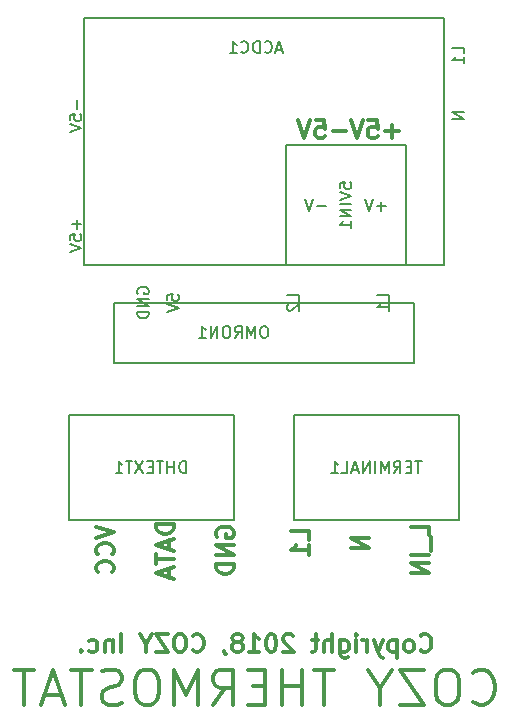
<source format=gbr>
G04 #@! TF.GenerationSoftware,KiCad,Pcbnew,(5.0.1)-3*
G04 #@! TF.CreationDate,2018-12-23T12:58:08+01:00*
G04 #@! TF.ProjectId,THERMOSTAT,544845524D4F535441542E6B69636164,rev?*
G04 #@! TF.SameCoordinates,Original*
G04 #@! TF.FileFunction,Legend,Bot*
G04 #@! TF.FilePolarity,Positive*
%FSLAX46Y46*%
G04 Gerber Fmt 4.6, Leading zero omitted, Abs format (unit mm)*
G04 Created by KiCad (PCBNEW (5.0.1)-3) date 12/23/2018 12:58:08 PM*
%MOMM*%
%LPD*%
G01*
G04 APERTURE LIST*
%ADD10C,0.300000*%
%ADD11C,0.150000*%
G04 APERTURE END LIST*
D10*
X161948571Y-85832142D02*
X160805714Y-85832142D01*
X161377142Y-86403571D02*
X161377142Y-85260714D01*
X159377142Y-84903571D02*
X160091428Y-84903571D01*
X160162857Y-85617857D01*
X160091428Y-85546428D01*
X159948571Y-85475000D01*
X159591428Y-85475000D01*
X159448571Y-85546428D01*
X159377142Y-85617857D01*
X159305714Y-85760714D01*
X159305714Y-86117857D01*
X159377142Y-86260714D01*
X159448571Y-86332142D01*
X159591428Y-86403571D01*
X159948571Y-86403571D01*
X160091428Y-86332142D01*
X160162857Y-86260714D01*
X158877142Y-84903571D02*
X158377142Y-86403571D01*
X157877142Y-84903571D01*
X157503571Y-85832142D02*
X156360714Y-85832142D01*
X154932142Y-84903571D02*
X155646428Y-84903571D01*
X155717857Y-85617857D01*
X155646428Y-85546428D01*
X155503571Y-85475000D01*
X155146428Y-85475000D01*
X155003571Y-85546428D01*
X154932142Y-85617857D01*
X154860714Y-85760714D01*
X154860714Y-86117857D01*
X154932142Y-86260714D01*
X155003571Y-86332142D01*
X155146428Y-86403571D01*
X155503571Y-86403571D01*
X155646428Y-86332142D01*
X155717857Y-86260714D01*
X154432142Y-84903571D02*
X153932142Y-86403571D01*
X153432142Y-84903571D01*
X168217142Y-134106700D02*
X168360000Y-134249557D01*
X168788571Y-134392414D01*
X169074285Y-134392414D01*
X169502857Y-134249557D01*
X169788571Y-133963843D01*
X169931428Y-133678129D01*
X170074285Y-133106700D01*
X170074285Y-132678129D01*
X169931428Y-132106700D01*
X169788571Y-131820986D01*
X169502857Y-131535272D01*
X169074285Y-131392414D01*
X168788571Y-131392414D01*
X168360000Y-131535272D01*
X168217142Y-131678129D01*
X166360000Y-131392414D02*
X165788571Y-131392414D01*
X165502857Y-131535272D01*
X165217142Y-131820986D01*
X165074285Y-132392414D01*
X165074285Y-133392414D01*
X165217142Y-133963843D01*
X165502857Y-134249557D01*
X165788571Y-134392414D01*
X166360000Y-134392414D01*
X166645714Y-134249557D01*
X166931428Y-133963843D01*
X167074285Y-133392414D01*
X167074285Y-132392414D01*
X166931428Y-131820986D01*
X166645714Y-131535272D01*
X166360000Y-131392414D01*
X164074285Y-131392414D02*
X162074285Y-131392414D01*
X164074285Y-134392414D01*
X162074285Y-134392414D01*
X160360000Y-132963843D02*
X160360000Y-134392414D01*
X161360000Y-131392414D02*
X160360000Y-132963843D01*
X159360000Y-131392414D01*
X156502857Y-131392414D02*
X154788571Y-131392414D01*
X155645714Y-134392414D02*
X155645714Y-131392414D01*
X153788571Y-134392414D02*
X153788571Y-131392414D01*
X153788571Y-132820986D02*
X152074285Y-132820986D01*
X152074285Y-134392414D02*
X152074285Y-131392414D01*
X150645714Y-132820986D02*
X149645714Y-132820986D01*
X149217142Y-134392414D02*
X150645714Y-134392414D01*
X150645714Y-131392414D01*
X149217142Y-131392414D01*
X146217142Y-134392414D02*
X147217142Y-132963843D01*
X147931428Y-134392414D02*
X147931428Y-131392414D01*
X146788571Y-131392414D01*
X146502857Y-131535272D01*
X146360000Y-131678129D01*
X146217142Y-131963843D01*
X146217142Y-132392414D01*
X146360000Y-132678129D01*
X146502857Y-132820986D01*
X146788571Y-132963843D01*
X147931428Y-132963843D01*
X144931428Y-134392414D02*
X144931428Y-131392414D01*
X143931428Y-133535272D01*
X142931428Y-131392414D01*
X142931428Y-134392414D01*
X140931428Y-131392414D02*
X140360000Y-131392414D01*
X140074285Y-131535272D01*
X139788571Y-131820986D01*
X139645714Y-132392414D01*
X139645714Y-133392414D01*
X139788571Y-133963843D01*
X140074285Y-134249557D01*
X140360000Y-134392414D01*
X140931428Y-134392414D01*
X141217142Y-134249557D01*
X141502857Y-133963843D01*
X141645714Y-133392414D01*
X141645714Y-132392414D01*
X141502857Y-131820986D01*
X141217142Y-131535272D01*
X140931428Y-131392414D01*
X138502857Y-134249557D02*
X138074285Y-134392414D01*
X137360000Y-134392414D01*
X137074285Y-134249557D01*
X136931428Y-134106700D01*
X136788571Y-133820986D01*
X136788571Y-133535272D01*
X136931428Y-133249557D01*
X137074285Y-133106700D01*
X137360000Y-132963843D01*
X137931428Y-132820986D01*
X138217142Y-132678129D01*
X138360000Y-132535272D01*
X138502857Y-132249557D01*
X138502857Y-131963843D01*
X138360000Y-131678129D01*
X138217142Y-131535272D01*
X137931428Y-131392414D01*
X137217142Y-131392414D01*
X136788571Y-131535272D01*
X135931428Y-131392414D02*
X134217142Y-131392414D01*
X135074285Y-134392414D02*
X135074285Y-131392414D01*
X133360000Y-133535272D02*
X131931428Y-133535272D01*
X133645714Y-134392414D02*
X132645714Y-131392414D01*
X131645714Y-134392414D01*
X131074285Y-131392414D02*
X129360000Y-131392414D01*
X130217142Y-134392414D02*
X130217142Y-131392414D01*
X163788571Y-129760986D02*
X163860000Y-129832414D01*
X164074285Y-129903843D01*
X164217142Y-129903843D01*
X164431428Y-129832414D01*
X164574285Y-129689557D01*
X164645714Y-129546700D01*
X164717142Y-129260986D01*
X164717142Y-129046700D01*
X164645714Y-128760986D01*
X164574285Y-128618129D01*
X164431428Y-128475272D01*
X164217142Y-128403843D01*
X164074285Y-128403843D01*
X163860000Y-128475272D01*
X163788571Y-128546700D01*
X162931428Y-129903843D02*
X163074285Y-129832414D01*
X163145714Y-129760986D01*
X163217142Y-129618129D01*
X163217142Y-129189557D01*
X163145714Y-129046700D01*
X163074285Y-128975272D01*
X162931428Y-128903843D01*
X162717142Y-128903843D01*
X162574285Y-128975272D01*
X162502857Y-129046700D01*
X162431428Y-129189557D01*
X162431428Y-129618129D01*
X162502857Y-129760986D01*
X162574285Y-129832414D01*
X162717142Y-129903843D01*
X162931428Y-129903843D01*
X161788571Y-128903843D02*
X161788571Y-130403843D01*
X161788571Y-128975272D02*
X161645714Y-128903843D01*
X161360000Y-128903843D01*
X161217142Y-128975272D01*
X161145714Y-129046700D01*
X161074285Y-129189557D01*
X161074285Y-129618129D01*
X161145714Y-129760986D01*
X161217142Y-129832414D01*
X161360000Y-129903843D01*
X161645714Y-129903843D01*
X161788571Y-129832414D01*
X160574285Y-128903843D02*
X160217142Y-129903843D01*
X159860000Y-128903843D02*
X160217142Y-129903843D01*
X160360000Y-130260986D01*
X160431428Y-130332414D01*
X160574285Y-130403843D01*
X159288571Y-129903843D02*
X159288571Y-128903843D01*
X159288571Y-129189557D02*
X159217142Y-129046700D01*
X159145714Y-128975272D01*
X159002857Y-128903843D01*
X158860000Y-128903843D01*
X158360000Y-129903843D02*
X158360000Y-128903843D01*
X158360000Y-128403843D02*
X158431428Y-128475272D01*
X158360000Y-128546700D01*
X158288571Y-128475272D01*
X158360000Y-128403843D01*
X158360000Y-128546700D01*
X157002857Y-128903843D02*
X157002857Y-130118129D01*
X157074285Y-130260986D01*
X157145714Y-130332414D01*
X157288571Y-130403843D01*
X157502857Y-130403843D01*
X157645714Y-130332414D01*
X157002857Y-129832414D02*
X157145714Y-129903843D01*
X157431428Y-129903843D01*
X157574285Y-129832414D01*
X157645714Y-129760986D01*
X157717142Y-129618129D01*
X157717142Y-129189557D01*
X157645714Y-129046700D01*
X157574285Y-128975272D01*
X157431428Y-128903843D01*
X157145714Y-128903843D01*
X157002857Y-128975272D01*
X156288571Y-129903843D02*
X156288571Y-128403843D01*
X155645714Y-129903843D02*
X155645714Y-129118129D01*
X155717142Y-128975272D01*
X155860000Y-128903843D01*
X156074285Y-128903843D01*
X156217142Y-128975272D01*
X156288571Y-129046700D01*
X155145714Y-128903843D02*
X154574285Y-128903843D01*
X154931428Y-128403843D02*
X154931428Y-129689557D01*
X154860000Y-129832414D01*
X154717142Y-129903843D01*
X154574285Y-129903843D01*
X153002857Y-128546700D02*
X152931428Y-128475272D01*
X152788571Y-128403843D01*
X152431428Y-128403843D01*
X152288571Y-128475272D01*
X152217142Y-128546700D01*
X152145714Y-128689557D01*
X152145714Y-128832414D01*
X152217142Y-129046700D01*
X153074285Y-129903843D01*
X152145714Y-129903843D01*
X151217142Y-128403843D02*
X151074285Y-128403843D01*
X150931428Y-128475272D01*
X150860000Y-128546700D01*
X150788571Y-128689557D01*
X150717142Y-128975272D01*
X150717142Y-129332414D01*
X150788571Y-129618129D01*
X150860000Y-129760986D01*
X150931428Y-129832414D01*
X151074285Y-129903843D01*
X151217142Y-129903843D01*
X151360000Y-129832414D01*
X151431428Y-129760986D01*
X151502857Y-129618129D01*
X151574285Y-129332414D01*
X151574285Y-128975272D01*
X151502857Y-128689557D01*
X151431428Y-128546700D01*
X151360000Y-128475272D01*
X151217142Y-128403843D01*
X149288571Y-129903843D02*
X150145714Y-129903843D01*
X149717142Y-129903843D02*
X149717142Y-128403843D01*
X149860000Y-128618129D01*
X150002857Y-128760986D01*
X150145714Y-128832414D01*
X148431428Y-129046700D02*
X148574285Y-128975272D01*
X148645714Y-128903843D01*
X148717142Y-128760986D01*
X148717142Y-128689557D01*
X148645714Y-128546700D01*
X148574285Y-128475272D01*
X148431428Y-128403843D01*
X148145714Y-128403843D01*
X148002857Y-128475272D01*
X147931428Y-128546700D01*
X147860000Y-128689557D01*
X147860000Y-128760986D01*
X147931428Y-128903843D01*
X148002857Y-128975272D01*
X148145714Y-129046700D01*
X148431428Y-129046700D01*
X148574285Y-129118129D01*
X148645714Y-129189557D01*
X148717142Y-129332414D01*
X148717142Y-129618129D01*
X148645714Y-129760986D01*
X148574285Y-129832414D01*
X148431428Y-129903843D01*
X148145714Y-129903843D01*
X148002857Y-129832414D01*
X147931428Y-129760986D01*
X147860000Y-129618129D01*
X147860000Y-129332414D01*
X147931428Y-129189557D01*
X148002857Y-129118129D01*
X148145714Y-129046700D01*
X147145714Y-129832414D02*
X147145714Y-129903843D01*
X147217142Y-130046700D01*
X147288571Y-130118129D01*
X144502857Y-129760986D02*
X144574285Y-129832414D01*
X144788571Y-129903843D01*
X144931428Y-129903843D01*
X145145714Y-129832414D01*
X145288571Y-129689557D01*
X145360000Y-129546700D01*
X145431428Y-129260986D01*
X145431428Y-129046700D01*
X145360000Y-128760986D01*
X145288571Y-128618129D01*
X145145714Y-128475272D01*
X144931428Y-128403843D01*
X144788571Y-128403843D01*
X144574285Y-128475272D01*
X144502857Y-128546700D01*
X143574285Y-128403843D02*
X143288571Y-128403843D01*
X143145714Y-128475272D01*
X143002857Y-128618129D01*
X142931428Y-128903843D01*
X142931428Y-129403843D01*
X143002857Y-129689557D01*
X143145714Y-129832414D01*
X143288571Y-129903843D01*
X143574285Y-129903843D01*
X143717142Y-129832414D01*
X143860000Y-129689557D01*
X143931428Y-129403843D01*
X143931428Y-128903843D01*
X143860000Y-128618129D01*
X143717142Y-128475272D01*
X143574285Y-128403843D01*
X142431428Y-128403843D02*
X141431428Y-128403843D01*
X142431428Y-129903843D01*
X141431428Y-129903843D01*
X140574285Y-129189557D02*
X140574285Y-129903843D01*
X141074285Y-128403843D02*
X140574285Y-129189557D01*
X140074285Y-128403843D01*
X138431428Y-129903843D02*
X138431428Y-128403843D01*
X137717142Y-128903843D02*
X137717142Y-129903843D01*
X137717142Y-129046700D02*
X137645714Y-128975272D01*
X137502857Y-128903843D01*
X137288571Y-128903843D01*
X137145714Y-128975272D01*
X137074285Y-129118129D01*
X137074285Y-129903843D01*
X135717142Y-129832414D02*
X135860000Y-129903843D01*
X136145714Y-129903843D01*
X136288571Y-129832414D01*
X136360000Y-129760986D01*
X136431428Y-129618129D01*
X136431428Y-129189557D01*
X136360000Y-129046700D01*
X136288571Y-128975272D01*
X136145714Y-128903843D01*
X135860000Y-128903843D01*
X135717142Y-128975272D01*
X135074285Y-129760986D02*
X135002857Y-129832414D01*
X135074285Y-129903843D01*
X135145714Y-129832414D01*
X135074285Y-129760986D01*
X135074285Y-129903843D01*
X136338571Y-119285000D02*
X137838571Y-119785000D01*
X136338571Y-120285000D01*
X137695714Y-121642142D02*
X137767142Y-121570714D01*
X137838571Y-121356428D01*
X137838571Y-121213571D01*
X137767142Y-120999285D01*
X137624285Y-120856428D01*
X137481428Y-120785000D01*
X137195714Y-120713571D01*
X136981428Y-120713571D01*
X136695714Y-120785000D01*
X136552857Y-120856428D01*
X136410000Y-120999285D01*
X136338571Y-121213571D01*
X136338571Y-121356428D01*
X136410000Y-121570714D01*
X136481428Y-121642142D01*
X137695714Y-123142142D02*
X137767142Y-123070714D01*
X137838571Y-122856428D01*
X137838571Y-122713571D01*
X137767142Y-122499285D01*
X137624285Y-122356428D01*
X137481428Y-122285000D01*
X137195714Y-122213571D01*
X136981428Y-122213571D01*
X136695714Y-122285000D01*
X136552857Y-122356428D01*
X136410000Y-122499285D01*
X136338571Y-122713571D01*
X136338571Y-122856428D01*
X136410000Y-123070714D01*
X136481428Y-123142142D01*
X142918571Y-119035000D02*
X141418571Y-119035000D01*
X141418571Y-119392142D01*
X141490000Y-119606428D01*
X141632857Y-119749285D01*
X141775714Y-119820714D01*
X142061428Y-119892142D01*
X142275714Y-119892142D01*
X142561428Y-119820714D01*
X142704285Y-119749285D01*
X142847142Y-119606428D01*
X142918571Y-119392142D01*
X142918571Y-119035000D01*
X142490000Y-120463571D02*
X142490000Y-121177857D01*
X142918571Y-120320714D02*
X141418571Y-120820714D01*
X142918571Y-121320714D01*
X141418571Y-121606428D02*
X141418571Y-122463571D01*
X142918571Y-122035000D02*
X141418571Y-122035000D01*
X142490000Y-122892142D02*
X142490000Y-123606428D01*
X142918571Y-122749285D02*
X141418571Y-123249285D01*
X142918571Y-123749285D01*
X146570000Y-120142142D02*
X146498571Y-119999285D01*
X146498571Y-119785000D01*
X146570000Y-119570714D01*
X146712857Y-119427857D01*
X146855714Y-119356428D01*
X147141428Y-119285000D01*
X147355714Y-119285000D01*
X147641428Y-119356428D01*
X147784285Y-119427857D01*
X147927142Y-119570714D01*
X147998571Y-119785000D01*
X147998571Y-119927857D01*
X147927142Y-120142142D01*
X147855714Y-120213571D01*
X147355714Y-120213571D01*
X147355714Y-119927857D01*
X147998571Y-120856428D02*
X146498571Y-120856428D01*
X147998571Y-121713571D01*
X146498571Y-121713571D01*
X147998571Y-122427857D02*
X146498571Y-122427857D01*
X146498571Y-122785000D01*
X146570000Y-122999285D01*
X146712857Y-123142142D01*
X146855714Y-123213571D01*
X147141428Y-123285000D01*
X147355714Y-123285000D01*
X147641428Y-123213571D01*
X147784285Y-123142142D01*
X147927142Y-122999285D01*
X147998571Y-122785000D01*
X147998571Y-122427857D01*
X154348571Y-120400000D02*
X154348571Y-119685714D01*
X152848571Y-119685714D01*
X154348571Y-121685714D02*
X154348571Y-120828571D01*
X154348571Y-121257142D02*
X152848571Y-121257142D01*
X153062857Y-121114285D01*
X153205714Y-120971428D01*
X153277142Y-120828571D01*
X159428571Y-120221428D02*
X157928571Y-120221428D01*
X159428571Y-121078571D01*
X157928571Y-121078571D01*
X164508571Y-120035000D02*
X164508571Y-119320714D01*
X163008571Y-119320714D01*
X164651428Y-120177857D02*
X164651428Y-121320714D01*
X164508571Y-121677857D02*
X163008571Y-121677857D01*
X164508571Y-122392142D02*
X163008571Y-122392142D01*
X164508571Y-123249285D01*
X163008571Y-123249285D01*
D11*
G04 #@! TO.C,5VIN1*
X152400000Y-86995000D02*
X154940000Y-86995000D01*
X152400000Y-97155000D02*
X152400000Y-86995000D01*
X162560000Y-97155000D02*
X152400000Y-97155000D01*
X162560000Y-86995000D02*
X162560000Y-97155000D01*
X154940000Y-86995000D02*
X162560000Y-86995000D01*
G04 #@! TO.C,DHTEXT1*
X133985000Y-109855000D02*
X133985000Y-118745000D01*
X147955000Y-109855000D02*
X133985000Y-109855000D01*
X147955000Y-118745000D02*
X147955000Y-109855000D01*
X133985000Y-118745000D02*
X147955000Y-118745000D01*
G04 #@! TO.C,TERMINAL1*
X153035000Y-109855000D02*
X153035000Y-118745000D01*
X167005000Y-109855000D02*
X153035000Y-109855000D01*
X167005000Y-118745000D02*
X167005000Y-109855000D01*
X153035000Y-118745000D02*
X167005000Y-118745000D01*
G04 #@! TO.C,ACDC1*
X135255000Y-76200000D02*
X165735000Y-76200000D01*
X135255000Y-97155000D02*
X135255000Y-76200000D01*
X165735000Y-97155000D02*
X135255000Y-97155000D01*
X165735000Y-76200000D02*
X165735000Y-97155000D01*
G04 #@! TO.C,OMRON1*
X163195000Y-100330000D02*
X163195000Y-105410000D01*
X137795000Y-100330000D02*
X163195000Y-100330000D01*
X137795000Y-105410000D02*
X137795000Y-100330000D01*
X163195000Y-105410000D02*
X137795000Y-105410000D01*
G04 #@! TO.C,5VIN1*
X156932380Y-90646428D02*
X156932380Y-90170238D01*
X157408571Y-90122619D01*
X157360952Y-90170238D01*
X157313333Y-90265476D01*
X157313333Y-90503571D01*
X157360952Y-90598809D01*
X157408571Y-90646428D01*
X157503809Y-90694047D01*
X157741904Y-90694047D01*
X157837142Y-90646428D01*
X157884761Y-90598809D01*
X157932380Y-90503571D01*
X157932380Y-90265476D01*
X157884761Y-90170238D01*
X157837142Y-90122619D01*
X156932380Y-90979761D02*
X157932380Y-91313095D01*
X156932380Y-91646428D01*
X157932380Y-91979761D02*
X156932380Y-91979761D01*
X157932380Y-92455952D02*
X156932380Y-92455952D01*
X157932380Y-93027380D01*
X156932380Y-93027380D01*
X157932380Y-94027380D02*
X157932380Y-93455952D01*
X157932380Y-93741666D02*
X156932380Y-93741666D01*
X157075238Y-93646428D01*
X157170476Y-93551190D01*
X157218095Y-93455952D01*
X155749523Y-92146428D02*
X154987619Y-92146428D01*
X154654285Y-91527380D02*
X154320952Y-92527380D01*
X153987619Y-91527380D01*
X160829523Y-92146428D02*
X160067619Y-92146428D01*
X160448571Y-92527380D02*
X160448571Y-91765476D01*
X159734285Y-91527380D02*
X159400952Y-92527380D01*
X159067619Y-91527380D01*
G04 #@! TO.C,DHTEXT1*
X143922380Y-114752380D02*
X143922380Y-113752380D01*
X143684285Y-113752380D01*
X143541428Y-113800000D01*
X143446190Y-113895238D01*
X143398571Y-113990476D01*
X143350952Y-114180952D01*
X143350952Y-114323809D01*
X143398571Y-114514285D01*
X143446190Y-114609523D01*
X143541428Y-114704761D01*
X143684285Y-114752380D01*
X143922380Y-114752380D01*
X142922380Y-114752380D02*
X142922380Y-113752380D01*
X142922380Y-114228571D02*
X142350952Y-114228571D01*
X142350952Y-114752380D02*
X142350952Y-113752380D01*
X142017619Y-113752380D02*
X141446190Y-113752380D01*
X141731904Y-114752380D02*
X141731904Y-113752380D01*
X141112857Y-114228571D02*
X140779523Y-114228571D01*
X140636666Y-114752380D02*
X141112857Y-114752380D01*
X141112857Y-113752380D01*
X140636666Y-113752380D01*
X140303333Y-113752380D02*
X139636666Y-114752380D01*
X139636666Y-113752380D02*
X140303333Y-114752380D01*
X139398571Y-113752380D02*
X138827142Y-113752380D01*
X139112857Y-114752380D02*
X139112857Y-113752380D01*
X137970000Y-114752380D02*
X138541428Y-114752380D01*
X138255714Y-114752380D02*
X138255714Y-113752380D01*
X138350952Y-113895238D01*
X138446190Y-113990476D01*
X138541428Y-114038095D01*
G04 #@! TO.C,TERMINAL1*
X163900952Y-113752380D02*
X163329523Y-113752380D01*
X163615238Y-114752380D02*
X163615238Y-113752380D01*
X162996190Y-114228571D02*
X162662857Y-114228571D01*
X162520000Y-114752380D02*
X162996190Y-114752380D01*
X162996190Y-113752380D01*
X162520000Y-113752380D01*
X161520000Y-114752380D02*
X161853333Y-114276190D01*
X162091428Y-114752380D02*
X162091428Y-113752380D01*
X161710476Y-113752380D01*
X161615238Y-113800000D01*
X161567619Y-113847619D01*
X161520000Y-113942857D01*
X161520000Y-114085714D01*
X161567619Y-114180952D01*
X161615238Y-114228571D01*
X161710476Y-114276190D01*
X162091428Y-114276190D01*
X161091428Y-114752380D02*
X161091428Y-113752380D01*
X160758095Y-114466666D01*
X160424761Y-113752380D01*
X160424761Y-114752380D01*
X159948571Y-114752380D02*
X159948571Y-113752380D01*
X159472380Y-114752380D02*
X159472380Y-113752380D01*
X158900952Y-114752380D01*
X158900952Y-113752380D01*
X158472380Y-114466666D02*
X157996190Y-114466666D01*
X158567619Y-114752380D02*
X158234285Y-113752380D01*
X157900952Y-114752380D01*
X157091428Y-114752380D02*
X157567619Y-114752380D01*
X157567619Y-113752380D01*
X156234285Y-114752380D02*
X156805714Y-114752380D01*
X156520000Y-114752380D02*
X156520000Y-113752380D01*
X156615238Y-113895238D01*
X156710476Y-113990476D01*
X156805714Y-114038095D01*
G04 #@! TO.C,ACDC1*
X152074285Y-78906666D02*
X151598095Y-78906666D01*
X152169523Y-79192380D02*
X151836190Y-78192380D01*
X151502857Y-79192380D01*
X150598095Y-79097142D02*
X150645714Y-79144761D01*
X150788571Y-79192380D01*
X150883809Y-79192380D01*
X151026666Y-79144761D01*
X151121904Y-79049523D01*
X151169523Y-78954285D01*
X151217142Y-78763809D01*
X151217142Y-78620952D01*
X151169523Y-78430476D01*
X151121904Y-78335238D01*
X151026666Y-78240000D01*
X150883809Y-78192380D01*
X150788571Y-78192380D01*
X150645714Y-78240000D01*
X150598095Y-78287619D01*
X150169523Y-79192380D02*
X150169523Y-78192380D01*
X149931428Y-78192380D01*
X149788571Y-78240000D01*
X149693333Y-78335238D01*
X149645714Y-78430476D01*
X149598095Y-78620952D01*
X149598095Y-78763809D01*
X149645714Y-78954285D01*
X149693333Y-79049523D01*
X149788571Y-79144761D01*
X149931428Y-79192380D01*
X150169523Y-79192380D01*
X148598095Y-79097142D02*
X148645714Y-79144761D01*
X148788571Y-79192380D01*
X148883809Y-79192380D01*
X149026666Y-79144761D01*
X149121904Y-79049523D01*
X149169523Y-78954285D01*
X149217142Y-78763809D01*
X149217142Y-78620952D01*
X149169523Y-78430476D01*
X149121904Y-78335238D01*
X149026666Y-78240000D01*
X148883809Y-78192380D01*
X148788571Y-78192380D01*
X148645714Y-78240000D01*
X148598095Y-78287619D01*
X147645714Y-79192380D02*
X148217142Y-79192380D01*
X147931428Y-79192380D02*
X147931428Y-78192380D01*
X148026666Y-78335238D01*
X148121904Y-78430476D01*
X148217142Y-78478095D01*
X134691428Y-83169285D02*
X134691428Y-83931190D01*
X134072380Y-84883571D02*
X134072380Y-84407380D01*
X134548571Y-84359761D01*
X134500952Y-84407380D01*
X134453333Y-84502619D01*
X134453333Y-84740714D01*
X134500952Y-84835952D01*
X134548571Y-84883571D01*
X134643809Y-84931190D01*
X134881904Y-84931190D01*
X134977142Y-84883571D01*
X135024761Y-84835952D01*
X135072380Y-84740714D01*
X135072380Y-84502619D01*
X135024761Y-84407380D01*
X134977142Y-84359761D01*
X134072380Y-85216904D02*
X135072380Y-85550238D01*
X134072380Y-85883571D01*
X134691428Y-93329285D02*
X134691428Y-94091190D01*
X135072380Y-93710238D02*
X134310476Y-93710238D01*
X134072380Y-95043571D02*
X134072380Y-94567380D01*
X134548571Y-94519761D01*
X134500952Y-94567380D01*
X134453333Y-94662619D01*
X134453333Y-94900714D01*
X134500952Y-94995952D01*
X134548571Y-95043571D01*
X134643809Y-95091190D01*
X134881904Y-95091190D01*
X134977142Y-95043571D01*
X135024761Y-94995952D01*
X135072380Y-94900714D01*
X135072380Y-94662619D01*
X135024761Y-94567380D01*
X134977142Y-94519761D01*
X134072380Y-95376904D02*
X135072380Y-95710238D01*
X134072380Y-96043571D01*
X167457380Y-84169285D02*
X166457380Y-84169285D01*
X167457380Y-84740714D01*
X166457380Y-84740714D01*
X167457380Y-79208333D02*
X167457380Y-78732142D01*
X166457380Y-78732142D01*
X167457380Y-80065476D02*
X167457380Y-79494047D01*
X167457380Y-79779761D02*
X166457380Y-79779761D01*
X166600238Y-79684523D01*
X166695476Y-79589285D01*
X166743095Y-79494047D01*
G04 #@! TO.C,OMRON1*
X150645476Y-102322380D02*
X150455000Y-102322380D01*
X150359761Y-102370000D01*
X150264523Y-102465238D01*
X150216904Y-102655714D01*
X150216904Y-102989047D01*
X150264523Y-103179523D01*
X150359761Y-103274761D01*
X150455000Y-103322380D01*
X150645476Y-103322380D01*
X150740714Y-103274761D01*
X150835952Y-103179523D01*
X150883571Y-102989047D01*
X150883571Y-102655714D01*
X150835952Y-102465238D01*
X150740714Y-102370000D01*
X150645476Y-102322380D01*
X149788333Y-103322380D02*
X149788333Y-102322380D01*
X149455000Y-103036666D01*
X149121666Y-102322380D01*
X149121666Y-103322380D01*
X148074047Y-103322380D02*
X148407380Y-102846190D01*
X148645476Y-103322380D02*
X148645476Y-102322380D01*
X148264523Y-102322380D01*
X148169285Y-102370000D01*
X148121666Y-102417619D01*
X148074047Y-102512857D01*
X148074047Y-102655714D01*
X148121666Y-102750952D01*
X148169285Y-102798571D01*
X148264523Y-102846190D01*
X148645476Y-102846190D01*
X147455000Y-102322380D02*
X147264523Y-102322380D01*
X147169285Y-102370000D01*
X147074047Y-102465238D01*
X147026428Y-102655714D01*
X147026428Y-102989047D01*
X147074047Y-103179523D01*
X147169285Y-103274761D01*
X147264523Y-103322380D01*
X147455000Y-103322380D01*
X147550238Y-103274761D01*
X147645476Y-103179523D01*
X147693095Y-102989047D01*
X147693095Y-102655714D01*
X147645476Y-102465238D01*
X147550238Y-102370000D01*
X147455000Y-102322380D01*
X146597857Y-103322380D02*
X146597857Y-102322380D01*
X146026428Y-103322380D01*
X146026428Y-102322380D01*
X145026428Y-103322380D02*
X145597857Y-103322380D01*
X145312142Y-103322380D02*
X145312142Y-102322380D01*
X145407380Y-102465238D01*
X145502619Y-102560476D01*
X145597857Y-102608095D01*
X139835000Y-99568095D02*
X139787380Y-99472857D01*
X139787380Y-99330000D01*
X139835000Y-99187142D01*
X139930238Y-99091904D01*
X140025476Y-99044285D01*
X140215952Y-98996666D01*
X140358809Y-98996666D01*
X140549285Y-99044285D01*
X140644523Y-99091904D01*
X140739761Y-99187142D01*
X140787380Y-99330000D01*
X140787380Y-99425238D01*
X140739761Y-99568095D01*
X140692142Y-99615714D01*
X140358809Y-99615714D01*
X140358809Y-99425238D01*
X140787380Y-100044285D02*
X139787380Y-100044285D01*
X140787380Y-100615714D01*
X139787380Y-100615714D01*
X140787380Y-101091904D02*
X139787380Y-101091904D01*
X139787380Y-101330000D01*
X139835000Y-101472857D01*
X139930238Y-101568095D01*
X140025476Y-101615714D01*
X140215952Y-101663333D01*
X140358809Y-101663333D01*
X140549285Y-101615714D01*
X140644523Y-101568095D01*
X140739761Y-101472857D01*
X140787380Y-101330000D01*
X140787380Y-101091904D01*
X142327380Y-100139523D02*
X142327380Y-99663333D01*
X142803571Y-99615714D01*
X142755952Y-99663333D01*
X142708333Y-99758571D01*
X142708333Y-99996666D01*
X142755952Y-100091904D01*
X142803571Y-100139523D01*
X142898809Y-100187142D01*
X143136904Y-100187142D01*
X143232142Y-100139523D01*
X143279761Y-100091904D01*
X143327380Y-99996666D01*
X143327380Y-99758571D01*
X143279761Y-99663333D01*
X143232142Y-99615714D01*
X142327380Y-100472857D02*
X143327380Y-100806190D01*
X142327380Y-101139523D01*
X153487380Y-100163333D02*
X153487380Y-99687142D01*
X152487380Y-99687142D01*
X152582619Y-100449047D02*
X152535000Y-100496666D01*
X152487380Y-100591904D01*
X152487380Y-100830000D01*
X152535000Y-100925238D01*
X152582619Y-100972857D01*
X152677857Y-101020476D01*
X152773095Y-101020476D01*
X152915952Y-100972857D01*
X153487380Y-100401428D01*
X153487380Y-101020476D01*
X161107380Y-100163333D02*
X161107380Y-99687142D01*
X160107380Y-99687142D01*
X161107380Y-101020476D02*
X161107380Y-100449047D01*
X161107380Y-100734761D02*
X160107380Y-100734761D01*
X160250238Y-100639523D01*
X160345476Y-100544285D01*
X160393095Y-100449047D01*
G04 #@! TD*
M02*

</source>
